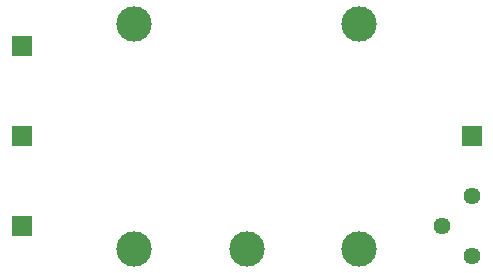
<source format=gbr>
%TF.GenerationSoftware,KiCad,Pcbnew,(5.1.9)-1*%
%TF.CreationDate,2021-03-21T16:20:23+00:00*%
%TF.ProjectId,hp5354a-ocxo,68703533-3534-4612-9d6f-63786f2e6b69,rev?*%
%TF.SameCoordinates,Original*%
%TF.FileFunction,Soldermask,Top*%
%TF.FilePolarity,Negative*%
%FSLAX46Y46*%
G04 Gerber Fmt 4.6, Leading zero omitted, Abs format (unit mm)*
G04 Created by KiCad (PCBNEW (5.1.9)-1) date 2021-03-21 16:20:23*
%MOMM*%
%LPD*%
G01*
G04 APERTURE LIST*
%ADD10C,1.440000*%
%ADD11C,3.000000*%
%ADD12R,1.700000X1.700000*%
G04 APERTURE END LIST*
D10*
%TO.C,RV1*%
X135890000Y-102870000D03*
X133350000Y-105410000D03*
X135890000Y-107950000D03*
%TD*%
D11*
%TO.C,O1*%
X107315000Y-107315000D03*
X116840000Y-107315000D03*
X126365000Y-107315000D03*
X126365000Y-88265000D03*
X107315000Y-88265000D03*
%TD*%
D12*
%TO.C,J4*%
X97790000Y-105410000D03*
%TD*%
%TO.C,J3*%
X135890000Y-97790000D03*
%TD*%
%TO.C,J2*%
X97790000Y-97790000D03*
%TD*%
%TO.C,J1*%
X97790000Y-90170000D03*
%TD*%
M02*

</source>
